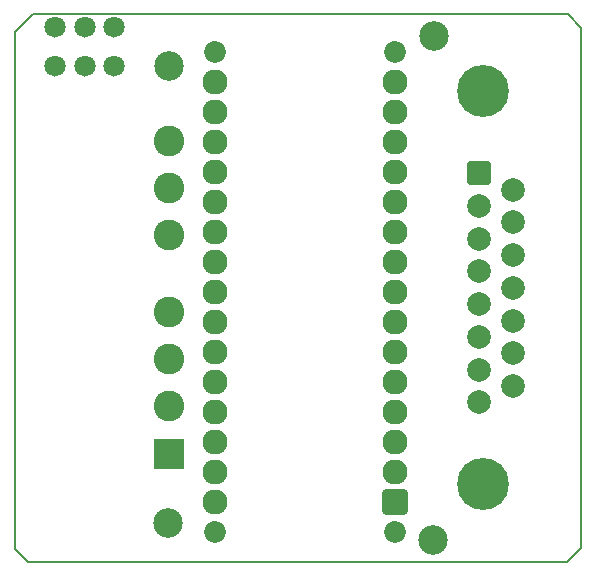
<source format=gts>
%TF.GenerationSoftware,KiCad,Pcbnew,7.0.2*%
%TF.CreationDate,2025-03-23T10:17:30-04:00*%
%TF.ProjectId,ControllerToJamma,436f6e74-726f-46c6-9c65-72546f4a616d,rev?*%
%TF.SameCoordinates,Original*%
%TF.FileFunction,Soldermask,Top*%
%TF.FilePolarity,Negative*%
%FSLAX46Y46*%
G04 Gerber Fmt 4.6, Leading zero omitted, Abs format (unit mm)*
G04 Created by KiCad (PCBNEW 7.0.2) date 2025-03-23 10:17:30*
%MOMM*%
%LPD*%
G01*
G04 APERTURE LIST*
G04 Aperture macros list*
%AMRoundRect*
0 Rectangle with rounded corners*
0 $1 Rounding radius*
0 $2 $3 $4 $5 $6 $7 $8 $9 X,Y pos of 4 corners*
0 Add a 4 corners polygon primitive as box body*
4,1,4,$2,$3,$4,$5,$6,$7,$8,$9,$2,$3,0*
0 Add four circle primitives for the rounded corners*
1,1,$1+$1,$2,$3*
1,1,$1+$1,$4,$5*
1,1,$1+$1,$6,$7*
1,1,$1+$1,$8,$9*
0 Add four rect primitives between the rounded corners*
20,1,$1+$1,$2,$3,$4,$5,0*
20,1,$1+$1,$4,$5,$6,$7,0*
20,1,$1+$1,$6,$7,$8,$9,0*
20,1,$1+$1,$8,$9,$2,$3,0*%
G04 Aperture macros list end*
%ADD10RoundRect,0.200000X1.100000X1.100000X-1.100000X1.100000X-1.100000X-1.100000X1.100000X-1.100000X0*%
%ADD11C,2.600000*%
%ADD12C,4.400000*%
%ADD13RoundRect,0.200000X0.800000X-0.800000X0.800000X0.800000X-0.800000X0.800000X-0.800000X-0.800000X0*%
%ADD14C,2.000000*%
%ADD15C,1.850000*%
%ADD16C,2.127200*%
%ADD17RoundRect,0.200000X0.863600X0.863600X-0.863600X0.863600X-0.863600X-0.863600X0.863600X-0.863600X0*%
%ADD18C,1.808000*%
%ADD19C,2.500000*%
%TA.AperFunction,Profile*%
%ADD20C,0.150000*%
%TD*%
G04 APERTURE END LIST*
D10*
%TO.C,J2*%
X139200000Y-117200000D03*
D11*
X139200000Y-113200000D03*
X139200000Y-109200000D03*
X139200000Y-105200000D03*
X139200000Y-98700000D03*
X139200000Y-94700000D03*
X139200000Y-90700000D03*
%TD*%
D12*
%TO.C,J3*%
X165780000Y-119800000D03*
X165780000Y-86500000D03*
D13*
X165480000Y-93455000D03*
D14*
X165480000Y-96225000D03*
X165480000Y-98995000D03*
X165480000Y-101765000D03*
X165480000Y-104535000D03*
X165480000Y-107305000D03*
X165480000Y-110075000D03*
X165480000Y-112845000D03*
X168320000Y-94840000D03*
X168320000Y-97610000D03*
X168320000Y-100380000D03*
X168320000Y-103150000D03*
X168320000Y-105920000D03*
X168320000Y-108690000D03*
X168320000Y-111460000D03*
%TD*%
D15*
%TO.C,XA1*%
X158340000Y-123820000D03*
X158340000Y-83180000D03*
X143100000Y-123820000D03*
X143100000Y-83180000D03*
D16*
X143100000Y-88260000D03*
X143100000Y-113660000D03*
X143100000Y-93340000D03*
X143100000Y-95880000D03*
X143100000Y-98420000D03*
X143100000Y-100960000D03*
X143100000Y-103500000D03*
X143100000Y-106040000D03*
X143100000Y-108580000D03*
X143100000Y-111120000D03*
X143100000Y-90800000D03*
X158340000Y-118740000D03*
D17*
X158340000Y-121280000D03*
D16*
X158340000Y-111120000D03*
X158340000Y-108580000D03*
X158340000Y-106040000D03*
X158340000Y-103500000D03*
X158340000Y-100960000D03*
X158340000Y-98420000D03*
X158340000Y-95880000D03*
X158340000Y-93340000D03*
X158340000Y-90800000D03*
X158340000Y-88260000D03*
X158340000Y-85720000D03*
X143100000Y-85720000D03*
X158340000Y-113660000D03*
X143100000Y-118740000D03*
X158340000Y-116200000D03*
X143100000Y-116200000D03*
X143100000Y-121280000D03*
%TD*%
D18*
%TO.C,SW1*%
X134600000Y-84400000D03*
X132100000Y-84400000D03*
X129600000Y-84400000D03*
X134600000Y-81100000D03*
X132100000Y-81100000D03*
X129600000Y-81100000D03*
%TD*%
D19*
%TO.C,H1*%
X139200000Y-84400000D03*
%TD*%
%TO.C,H4*%
X161600000Y-124500000D03*
%TD*%
%TO.C,H2*%
X139100000Y-123100000D03*
%TD*%
%TO.C,H3*%
X161700000Y-81800000D03*
%TD*%
D20*
X127370000Y-126395000D02*
X172920000Y-126395000D01*
X126195000Y-125271000D02*
X126195000Y-81531000D01*
X127370000Y-126394000D02*
X127318000Y-126394000D01*
X174132000Y-81148000D02*
X172979000Y-79995000D01*
X127737000Y-79994000D02*
X172977000Y-79994000D01*
X126197000Y-125273000D02*
X127317000Y-126393000D01*
X127734000Y-79995000D02*
X126195000Y-81534000D01*
X172928000Y-126397000D02*
X174128000Y-125197000D01*
X174128000Y-125198000D02*
X174128000Y-81148000D01*
M02*

</source>
